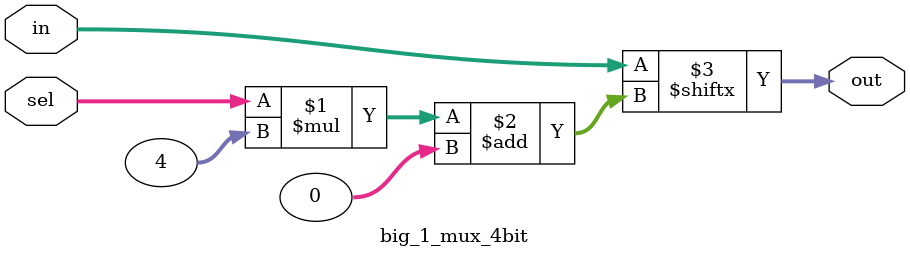
<source format=v>
module big_mux_1bit (
    input [255:0] in, //1bit x 256 = 1024bit
    input [7:0] sel,
    output out);

    assign out = in[sel];
    
endmodule

////////////////////////////////////////////////////////////////////////////////////////////////////////////////////////////////
////////////////////////////////////////////////////////////////////////////////////////////////////////////////////////////////

module big_1_mux_4bit (
    input [1023:0] in, //4bit x 256 = 1024bit
    input [7:0] sel,
    output [3:0] out);

    assign out = in[sel*4+:4]; // (sel*4) -> indexing, +:4 -> 4bit selecting
   
endmodule
</source>
